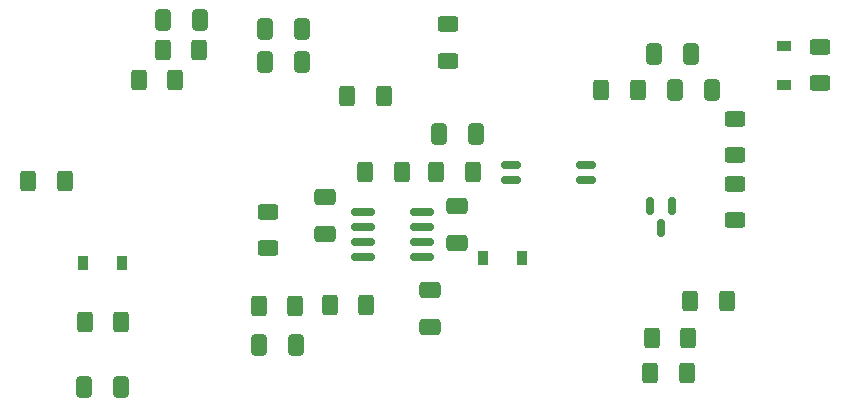
<source format=gbp>
G04 #@! TF.GenerationSoftware,KiCad,Pcbnew,(6.0.11)*
G04 #@! TF.CreationDate,2023-06-14T07:53:09+03:00*
G04 #@! TF.ProjectId,flyback_48V_48W,666c7962-6163-46b5-9f34-38565f343857,rev?*
G04 #@! TF.SameCoordinates,Original*
G04 #@! TF.FileFunction,Paste,Bot*
G04 #@! TF.FilePolarity,Positive*
%FSLAX46Y46*%
G04 Gerber Fmt 4.6, Leading zero omitted, Abs format (unit mm)*
G04 Created by KiCad (PCBNEW (6.0.11)) date 2023-06-14 07:53:09*
%MOMM*%
%LPD*%
G01*
G04 APERTURE LIST*
G04 Aperture macros list*
%AMRoundRect*
0 Rectangle with rounded corners*
0 $1 Rounding radius*
0 $2 $3 $4 $5 $6 $7 $8 $9 X,Y pos of 4 corners*
0 Add a 4 corners polygon primitive as box body*
4,1,4,$2,$3,$4,$5,$6,$7,$8,$9,$2,$3,0*
0 Add four circle primitives for the rounded corners*
1,1,$1+$1,$2,$3*
1,1,$1+$1,$4,$5*
1,1,$1+$1,$6,$7*
1,1,$1+$1,$8,$9*
0 Add four rect primitives between the rounded corners*
20,1,$1+$1,$2,$3,$4,$5,0*
20,1,$1+$1,$4,$5,$6,$7,0*
20,1,$1+$1,$6,$7,$8,$9,0*
20,1,$1+$1,$8,$9,$2,$3,0*%
G04 Aperture macros list end*
%ADD10RoundRect,0.250000X0.400000X0.625000X-0.400000X0.625000X-0.400000X-0.625000X0.400000X-0.625000X0*%
%ADD11RoundRect,0.250000X-0.400000X-0.625000X0.400000X-0.625000X0.400000X0.625000X-0.400000X0.625000X0*%
%ADD12RoundRect,0.250000X0.650000X-0.412500X0.650000X0.412500X-0.650000X0.412500X-0.650000X-0.412500X0*%
%ADD13RoundRect,0.150000X-0.825000X-0.150000X0.825000X-0.150000X0.825000X0.150000X-0.825000X0.150000X0*%
%ADD14RoundRect,0.150000X-0.662500X-0.150000X0.662500X-0.150000X0.662500X0.150000X-0.662500X0.150000X0*%
%ADD15RoundRect,0.250000X-0.650000X0.412500X-0.650000X-0.412500X0.650000X-0.412500X0.650000X0.412500X0*%
%ADD16RoundRect,0.250000X0.412500X0.650000X-0.412500X0.650000X-0.412500X-0.650000X0.412500X-0.650000X0*%
%ADD17RoundRect,0.250000X-0.412500X-0.650000X0.412500X-0.650000X0.412500X0.650000X-0.412500X0.650000X0*%
%ADD18R,0.900000X1.200000*%
%ADD19RoundRect,0.250000X-0.625000X0.400000X-0.625000X-0.400000X0.625000X-0.400000X0.625000X0.400000X0*%
%ADD20RoundRect,0.150000X-0.150000X0.587500X-0.150000X-0.587500X0.150000X-0.587500X0.150000X0.587500X0*%
%ADD21RoundRect,0.250000X0.625000X-0.400000X0.625000X0.400000X-0.625000X0.400000X-0.625000X-0.400000X0*%
%ADD22R,1.200000X0.900000*%
G04 APERTURE END LIST*
D10*
X120168000Y-41402000D03*
X117068000Y-41402000D03*
D11*
X110450000Y-64400000D03*
X113550000Y-64400000D03*
D10*
X108750000Y-52500000D03*
X105650000Y-52500000D03*
D12*
X130810000Y-56934500D03*
X130810000Y-53809500D03*
D10*
X118136000Y-43942000D03*
X115036000Y-43942000D03*
D11*
X125200000Y-63100000D03*
X128300000Y-63100000D03*
D13*
X134025000Y-58905000D03*
X134025000Y-57635000D03*
X134025000Y-56365000D03*
X134025000Y-55095000D03*
X138975000Y-55095000D03*
X138975000Y-56365000D03*
X138975000Y-57635000D03*
X138975000Y-58905000D03*
D14*
X146562500Y-52385000D03*
X146562500Y-51115000D03*
X152937500Y-51115000D03*
X152937500Y-52385000D03*
D15*
X139700000Y-61683500D03*
X139700000Y-64808500D03*
D16*
X113562500Y-69900000D03*
X110437500Y-69900000D03*
X161812500Y-41750000D03*
X158687500Y-41750000D03*
D17*
X140437500Y-48500000D03*
X143562500Y-48500000D03*
D10*
X161550000Y-65750000D03*
X158450000Y-65750000D03*
D11*
X158350000Y-68750000D03*
X161450000Y-68750000D03*
D10*
X143300000Y-51750000D03*
X140200000Y-51750000D03*
D18*
X113650000Y-59400000D03*
X110350000Y-59400000D03*
X144146000Y-59000000D03*
X147446000Y-59000000D03*
D16*
X163562500Y-44750000D03*
X160437500Y-44750000D03*
D11*
X131200000Y-63000000D03*
X134300000Y-63000000D03*
D16*
X120180500Y-38862000D03*
X117055500Y-38862000D03*
X128816500Y-42418000D03*
X125691500Y-42418000D03*
D19*
X165500000Y-52700000D03*
X165500000Y-55800000D03*
D10*
X137300000Y-51750000D03*
X134200000Y-51750000D03*
D20*
X158300000Y-54562500D03*
X160200000Y-54562500D03*
X159250000Y-56437500D03*
D19*
X141250000Y-39200000D03*
X141250000Y-42300000D03*
D21*
X165500000Y-50300000D03*
X165500000Y-47200000D03*
D10*
X135800000Y-45250000D03*
X132700000Y-45250000D03*
D22*
X169672000Y-44322000D03*
X169672000Y-41022000D03*
D17*
X125187500Y-66350000D03*
X128312500Y-66350000D03*
D10*
X157300000Y-44750000D03*
X154200000Y-44750000D03*
D12*
X141986000Y-57696500D03*
X141986000Y-54571500D03*
D21*
X125984000Y-58192000D03*
X125984000Y-55092000D03*
D19*
X172720000Y-41122000D03*
X172720000Y-44222000D03*
D10*
X164800000Y-62650000D03*
X161700000Y-62650000D03*
D16*
X128816500Y-39624000D03*
X125691500Y-39624000D03*
M02*

</source>
